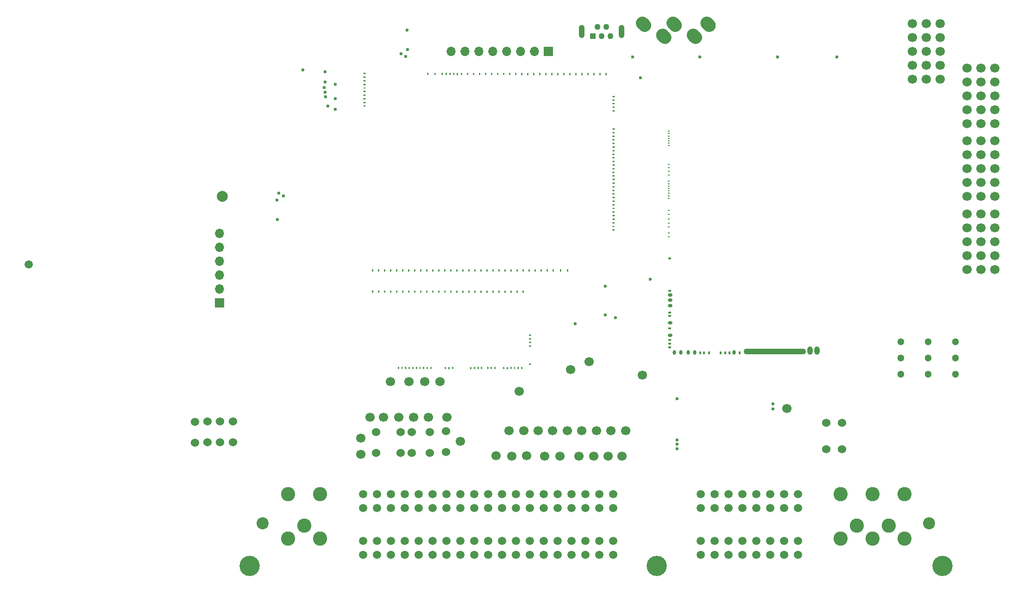
<source format=gbs>
G04 #@! TF.GenerationSoftware,KiCad,Pcbnew,8.0.9-8.0.9-0~ubuntu24.04.1*
G04 #@! TF.CreationDate,2026-01-23T21:30:28+00:00*
G04 #@! TF.ProjectId,hellen121vag,68656c6c-656e-4313-9231-7661672e6b69,d*
G04 #@! TF.SameCoordinates,PX2b953a0PY6943058*
G04 #@! TF.FileFunction,Soldermask,Bot*
G04 #@! TF.FilePolarity,Negative*
%FSLAX46Y46*%
G04 Gerber Fmt 4.6, Leading zero omitted, Abs format (unit mm)*
G04 Created by KiCad (PCBNEW 8.0.9-8.0.9-0~ubuntu24.04.1) date 2026-01-23 21:30:28*
%MOMM*%
%LPD*%
G01*
G04 APERTURE LIST*
%ADD10C,3.700000*%
%ADD11C,2.200000*%
%ADD12C,2.600000*%
%ADD13C,1.500000*%
%ADD14C,1.700000*%
%ADD15C,0.599999*%
%ADD16O,1.000001X1.500000*%
%ADD17O,11.400000X1.100000*%
%ADD18O,0.399999X0.599999*%
%ADD19O,0.599999X0.800001*%
%ADD20O,0.599999X0.399999*%
%ADD21O,0.800001X0.599999*%
%ADD22O,0.399999X0.200000*%
%ADD23C,1.524000*%
%ADD24C,1.300000*%
%ADD25R,1.700000X1.700000*%
%ADD26O,1.700000X1.700000*%
%ADD27R,1.100000X1.100000*%
%ADD28C,1.100000*%
%ADD29O,1.100000X2.400000*%
%ADD30C,2.000000*%
G04 APERTURE END LIST*
D10*
G04 #@! TO.C,P1*
X18648000Y5492000D03*
D11*
X21098000Y13292000D03*
D10*
X93148000Y5492000D03*
D11*
X142898000Y13292000D03*
D10*
X145348000Y5492000D03*
D12*
X25748000Y10492000D03*
X31548000Y10492000D03*
X28648000Y12822000D03*
X25748000Y18622000D03*
X31548000Y18622000D03*
D13*
X85168000Y18622000D03*
X82628000Y18622000D03*
X80088000Y18622000D03*
X77548000Y18622000D03*
X75008000Y18622000D03*
X72468000Y18622000D03*
X69928000Y18622000D03*
X67388000Y18622000D03*
X64848000Y18622000D03*
X62308000Y18622000D03*
X59768000Y18622000D03*
X57228000Y18622000D03*
X54688000Y18622000D03*
X52148000Y18622000D03*
X49608000Y18622000D03*
X47068000Y18622000D03*
X44528000Y18622000D03*
X41988000Y18622000D03*
X39448000Y18622000D03*
X85168000Y16082000D03*
X82628000Y16082000D03*
X80088000Y16082000D03*
X77548000Y16082000D03*
X75008000Y16082000D03*
X72468000Y16082000D03*
X69928000Y16082000D03*
X67388000Y16082000D03*
X64848000Y16082000D03*
X62308000Y16082000D03*
X59768000Y16082000D03*
X57228000Y16082000D03*
X54688000Y16082000D03*
X52148000Y16082000D03*
X49608000Y16082000D03*
X47068000Y16082000D03*
X44528000Y16082000D03*
X41988000Y16082000D03*
X39448000Y16082000D03*
X85168000Y10032000D03*
X82628000Y10032000D03*
X80088000Y10032000D03*
X77548000Y10032000D03*
X75008000Y10032000D03*
X72468000Y10032000D03*
X69928000Y10032000D03*
X67388000Y10032000D03*
X64848000Y10032000D03*
X62308000Y10032000D03*
X59768000Y10032000D03*
X57228000Y10032000D03*
X54688000Y10032000D03*
X52148000Y10032000D03*
X49608000Y10032000D03*
X47068000Y10032000D03*
X44528000Y10032000D03*
X41988000Y10032000D03*
X39448000Y10032000D03*
X85168000Y7492000D03*
X82628000Y7492000D03*
X80088000Y7492000D03*
X77548000Y7492000D03*
X75008000Y7492000D03*
X72468000Y7492000D03*
X69928000Y7492000D03*
X67388000Y7492000D03*
X64848000Y7492000D03*
X62308000Y7492000D03*
X59768000Y7492000D03*
X57228000Y7492000D03*
X54688000Y7492000D03*
X52148000Y7492000D03*
X49608000Y7492000D03*
X47068000Y7492000D03*
X44528000Y7492000D03*
X41988000Y7492000D03*
X39448000Y7492000D03*
X101138000Y7492000D03*
X103678000Y7492000D03*
X106218000Y7492000D03*
X108758000Y7492000D03*
X111298000Y7492000D03*
X113838000Y7492000D03*
X116378000Y7492000D03*
X118918000Y7492000D03*
X101138000Y10032000D03*
X103678000Y10032000D03*
X106218000Y10032000D03*
X108758000Y10032000D03*
X111298000Y10032000D03*
X113838000Y10032000D03*
X116378000Y10032000D03*
X118918000Y10032000D03*
X101138000Y16082000D03*
X103678000Y16082000D03*
X106218000Y16082000D03*
X108758000Y16082000D03*
X111298000Y16082000D03*
X113838000Y16082000D03*
X116378000Y16082000D03*
X118918000Y16082000D03*
X101138000Y18622000D03*
X103678000Y18622000D03*
X106218000Y18622000D03*
X108758000Y18622000D03*
X111298000Y18622000D03*
X113838000Y18622000D03*
X116378000Y18622000D03*
X118918000Y18622000D03*
D12*
X126748000Y10492000D03*
X132548000Y10492000D03*
X138448000Y10492000D03*
X129648000Y12822000D03*
X135548000Y12822000D03*
X126748000Y18622000D03*
X132548000Y18622000D03*
X138448000Y18622000D03*
G04 #@! TD*
G04 #@! TO.C,M3*
G36*
G01*
X85339497Y91171375D02*
X85089497Y91171375D01*
G75*
G02*
X84964497Y91296375I0J125000D01*
G01*
X84964497Y91296375D01*
G75*
G02*
X85089497Y91421375I125000J0D01*
G01*
X85339497Y91421375D01*
G75*
G02*
X85464497Y91296375I0J-125000D01*
G01*
X85464497Y91296375D01*
G75*
G02*
X85339497Y91171375I-125000J0D01*
G01*
G37*
G36*
G01*
X85089497Y90761377D02*
X85339497Y90761377D01*
G75*
G02*
X85464497Y90636377I0J-125000D01*
G01*
X85464497Y90636377D01*
G75*
G02*
X85339497Y90511377I-125000J0D01*
G01*
X85089497Y90511377D01*
G75*
G02*
X84964497Y90636377I0J125000D01*
G01*
X84964497Y90636377D01*
G75*
G02*
X85089497Y90761377I125000J0D01*
G01*
G37*
G36*
G01*
X85089497Y90101372D02*
X85339497Y90101372D01*
G75*
G02*
X85464497Y89976372I0J-125000D01*
G01*
X85464497Y89976372D01*
G75*
G02*
X85339497Y89851372I-125000J0D01*
G01*
X85089497Y89851372D01*
G75*
G02*
X84964497Y89976372I0J125000D01*
G01*
X84964497Y89976372D01*
G75*
G02*
X85089497Y90101372I125000J0D01*
G01*
G37*
G36*
G01*
X85089497Y89441377D02*
X85339497Y89441377D01*
G75*
G02*
X85464497Y89316377I0J-125000D01*
G01*
X85464497Y89316377D01*
G75*
G02*
X85339497Y89191377I-125000J0D01*
G01*
X85089497Y89191377D01*
G75*
G02*
X84964497Y89316377I0J125000D01*
G01*
X84964497Y89316377D01*
G75*
G02*
X85089497Y89441377I125000J0D01*
G01*
G37*
G36*
G01*
X85089497Y88781375D02*
X85339497Y88781375D01*
G75*
G02*
X85464497Y88656375I0J-125000D01*
G01*
X85464497Y88656375D01*
G75*
G02*
X85339497Y88531375I-125000J0D01*
G01*
X85089497Y88531375D01*
G75*
G02*
X84964497Y88656375I0J125000D01*
G01*
X84964497Y88656375D01*
G75*
G02*
X85089497Y88781375I125000J0D01*
G01*
G37*
G36*
G01*
X85089497Y85481374D02*
X85339497Y85481374D01*
G75*
G02*
X85464497Y85356374I0J-125000D01*
G01*
X85464497Y85356374D01*
G75*
G02*
X85339497Y85231374I-125000J0D01*
G01*
X85089497Y85231374D01*
G75*
G02*
X84964497Y85356374I0J125000D01*
G01*
X84964497Y85356374D01*
G75*
G02*
X85089497Y85481374I125000J0D01*
G01*
G37*
G36*
G01*
X85089497Y84821373D02*
X85339497Y84821373D01*
G75*
G02*
X85464497Y84696373I0J-125000D01*
G01*
X85464497Y84696373D01*
G75*
G02*
X85339497Y84571373I-125000J0D01*
G01*
X85089497Y84571373D01*
G75*
G02*
X84964497Y84696373I0J125000D01*
G01*
X84964497Y84696373D01*
G75*
G02*
X85089497Y84821373I125000J0D01*
G01*
G37*
G36*
G01*
X85089497Y84161371D02*
X85339497Y84161371D01*
G75*
G02*
X85464497Y84036371I0J-125000D01*
G01*
X85464497Y84036371D01*
G75*
G02*
X85339497Y83911371I-125000J0D01*
G01*
X85089497Y83911371D01*
G75*
G02*
X84964497Y84036371I0J125000D01*
G01*
X84964497Y84036371D01*
G75*
G02*
X85089497Y84161371I125000J0D01*
G01*
G37*
G36*
G01*
X85089497Y83501373D02*
X85339497Y83501373D01*
G75*
G02*
X85464497Y83376373I0J-125000D01*
G01*
X85464497Y83376373D01*
G75*
G02*
X85339497Y83251373I-125000J0D01*
G01*
X85089497Y83251373D01*
G75*
G02*
X84964497Y83376373I0J125000D01*
G01*
X84964497Y83376373D01*
G75*
G02*
X85089497Y83501373I125000J0D01*
G01*
G37*
G36*
G01*
X85089497Y82841371D02*
X85339497Y82841371D01*
G75*
G02*
X85464497Y82716371I0J-125000D01*
G01*
X85464497Y82716371D01*
G75*
G02*
X85339497Y82591371I-125000J0D01*
G01*
X85089497Y82591371D01*
G75*
G02*
X84964497Y82716371I0J125000D01*
G01*
X84964497Y82716371D01*
G75*
G02*
X85089497Y82841371I125000J0D01*
G01*
G37*
G36*
G01*
X85089497Y82181373D02*
X85339497Y82181373D01*
G75*
G02*
X85464497Y82056373I0J-125000D01*
G01*
X85464497Y82056373D01*
G75*
G02*
X85339497Y81931373I-125000J0D01*
G01*
X85089497Y81931373D01*
G75*
G02*
X84964497Y82056373I0J125000D01*
G01*
X84964497Y82056373D01*
G75*
G02*
X85089497Y82181373I125000J0D01*
G01*
G37*
G36*
G01*
X85089497Y81521372D02*
X85339497Y81521372D01*
G75*
G02*
X85464497Y81396372I0J-125000D01*
G01*
X85464497Y81396372D01*
G75*
G02*
X85339497Y81271372I-125000J0D01*
G01*
X85089497Y81271372D01*
G75*
G02*
X84964497Y81396372I0J125000D01*
G01*
X84964497Y81396372D01*
G75*
G02*
X85089497Y81521372I125000J0D01*
G01*
G37*
G36*
G01*
X85089497Y80861373D02*
X85339497Y80861373D01*
G75*
G02*
X85464497Y80736373I0J-125000D01*
G01*
X85464497Y80736373D01*
G75*
G02*
X85339497Y80611373I-125000J0D01*
G01*
X85089497Y80611373D01*
G75*
G02*
X84964497Y80736373I0J125000D01*
G01*
X84964497Y80736373D01*
G75*
G02*
X85089497Y80861373I125000J0D01*
G01*
G37*
G36*
G01*
X85089497Y80201372D02*
X85339497Y80201372D01*
G75*
G02*
X85464497Y80076372I0J-125000D01*
G01*
X85464497Y80076372D01*
G75*
G02*
X85339497Y79951372I-125000J0D01*
G01*
X85089497Y79951372D01*
G75*
G02*
X84964497Y80076372I0J125000D01*
G01*
X84964497Y80076372D01*
G75*
G02*
X85089497Y80201372I125000J0D01*
G01*
G37*
G36*
G01*
X85089497Y79541373D02*
X85339497Y79541373D01*
G75*
G02*
X85464497Y79416373I0J-125000D01*
G01*
X85464497Y79416373D01*
G75*
G02*
X85339497Y79291373I-125000J0D01*
G01*
X85089497Y79291373D01*
G75*
G02*
X84964497Y79416373I0J125000D01*
G01*
X84964497Y79416373D01*
G75*
G02*
X85089497Y79541373I125000J0D01*
G01*
G37*
G36*
G01*
X85089497Y78881372D02*
X85339497Y78881372D01*
G75*
G02*
X85464497Y78756372I0J-125000D01*
G01*
X85464497Y78756372D01*
G75*
G02*
X85339497Y78631372I-125000J0D01*
G01*
X85089497Y78631372D01*
G75*
G02*
X84964497Y78756372I0J125000D01*
G01*
X84964497Y78756372D01*
G75*
G02*
X85089497Y78881372I125000J0D01*
G01*
G37*
G36*
G01*
X85089497Y78221373D02*
X85339497Y78221373D01*
G75*
G02*
X85464497Y78096373I0J-125000D01*
G01*
X85464497Y78096373D01*
G75*
G02*
X85339497Y77971373I-125000J0D01*
G01*
X85089497Y77971373D01*
G75*
G02*
X84964497Y78096373I0J125000D01*
G01*
X84964497Y78096373D01*
G75*
G02*
X85089497Y78221373I125000J0D01*
G01*
G37*
G36*
G01*
X85089497Y77561372D02*
X85339497Y77561372D01*
G75*
G02*
X85464497Y77436372I0J-125000D01*
G01*
X85464497Y77436372D01*
G75*
G02*
X85339497Y77311372I-125000J0D01*
G01*
X85089497Y77311372D01*
G75*
G02*
X84964497Y77436372I0J125000D01*
G01*
X84964497Y77436372D01*
G75*
G02*
X85089497Y77561372I125000J0D01*
G01*
G37*
G36*
G01*
X85089497Y76901373D02*
X85339497Y76901373D01*
G75*
G02*
X85464497Y76776373I0J-125000D01*
G01*
X85464497Y76776373D01*
G75*
G02*
X85339497Y76651373I-125000J0D01*
G01*
X85089497Y76651373D01*
G75*
G02*
X84964497Y76776373I0J125000D01*
G01*
X84964497Y76776373D01*
G75*
G02*
X85089497Y76901373I125000J0D01*
G01*
G37*
G36*
G01*
X85089497Y76241372D02*
X85339497Y76241372D01*
G75*
G02*
X85464497Y76116372I0J-125000D01*
G01*
X85464497Y76116372D01*
G75*
G02*
X85339497Y75991372I-125000J0D01*
G01*
X85089497Y75991372D01*
G75*
G02*
X84964497Y76116372I0J125000D01*
G01*
X84964497Y76116372D01*
G75*
G02*
X85089497Y76241372I125000J0D01*
G01*
G37*
G36*
G01*
X85089497Y75581373D02*
X85339497Y75581373D01*
G75*
G02*
X85464497Y75456373I0J-125000D01*
G01*
X85464497Y75456373D01*
G75*
G02*
X85339497Y75331373I-125000J0D01*
G01*
X85089497Y75331373D01*
G75*
G02*
X84964497Y75456373I0J125000D01*
G01*
X84964497Y75456373D01*
G75*
G02*
X85089497Y75581373I125000J0D01*
G01*
G37*
G36*
G01*
X85089497Y74921372D02*
X85339497Y74921372D01*
G75*
G02*
X85464497Y74796372I0J-125000D01*
G01*
X85464497Y74796372D01*
G75*
G02*
X85339497Y74671372I-125000J0D01*
G01*
X85089497Y74671372D01*
G75*
G02*
X84964497Y74796372I0J125000D01*
G01*
X84964497Y74796372D01*
G75*
G02*
X85089497Y74921372I125000J0D01*
G01*
G37*
G36*
G01*
X85089497Y74261373D02*
X85339497Y74261373D01*
G75*
G02*
X85464497Y74136373I0J-125000D01*
G01*
X85464497Y74136373D01*
G75*
G02*
X85339497Y74011373I-125000J0D01*
G01*
X85089497Y74011373D01*
G75*
G02*
X84964497Y74136373I0J125000D01*
G01*
X84964497Y74136373D01*
G75*
G02*
X85089497Y74261373I125000J0D01*
G01*
G37*
G36*
G01*
X85089497Y73601372D02*
X85339497Y73601372D01*
G75*
G02*
X85464497Y73476372I0J-125000D01*
G01*
X85464497Y73476372D01*
G75*
G02*
X85339497Y73351372I-125000J0D01*
G01*
X85089497Y73351372D01*
G75*
G02*
X84964497Y73476372I0J125000D01*
G01*
X84964497Y73476372D01*
G75*
G02*
X85089497Y73601372I125000J0D01*
G01*
G37*
G36*
G01*
X85089497Y72941373D02*
X85339497Y72941373D01*
G75*
G02*
X85464497Y72816373I0J-125000D01*
G01*
X85464497Y72816373D01*
G75*
G02*
X85339497Y72691373I-125000J0D01*
G01*
X85089497Y72691373D01*
G75*
G02*
X84964497Y72816373I0J125000D01*
G01*
X84964497Y72816373D01*
G75*
G02*
X85089497Y72941373I125000J0D01*
G01*
G37*
G36*
G01*
X85089497Y72281372D02*
X85339497Y72281372D01*
G75*
G02*
X85464497Y72156372I0J-125000D01*
G01*
X85464497Y72156372D01*
G75*
G02*
X85339497Y72031372I-125000J0D01*
G01*
X85089497Y72031372D01*
G75*
G02*
X84964497Y72156372I0J125000D01*
G01*
X84964497Y72156372D01*
G75*
G02*
X85089497Y72281372I125000J0D01*
G01*
G37*
G36*
G01*
X85089497Y71621374D02*
X85339497Y71621374D01*
G75*
G02*
X85464497Y71496374I0J-125000D01*
G01*
X85464497Y71496374D01*
G75*
G02*
X85339497Y71371374I-125000J0D01*
G01*
X85089497Y71371374D01*
G75*
G02*
X84964497Y71496374I0J125000D01*
G01*
X84964497Y71496374D01*
G75*
G02*
X85089497Y71621374I125000J0D01*
G01*
G37*
G36*
G01*
X85089497Y70961372D02*
X85339497Y70961372D01*
G75*
G02*
X85464497Y70836372I0J-125000D01*
G01*
X85464497Y70836372D01*
G75*
G02*
X85339497Y70711372I-125000J0D01*
G01*
X85089497Y70711372D01*
G75*
G02*
X84964497Y70836372I0J125000D01*
G01*
X84964497Y70836372D01*
G75*
G02*
X85089497Y70961372I125000J0D01*
G01*
G37*
G36*
G01*
X85089497Y70301374D02*
X85339497Y70301374D01*
G75*
G02*
X85464497Y70176374I0J-125000D01*
G01*
X85464497Y70176374D01*
G75*
G02*
X85339497Y70051374I-125000J0D01*
G01*
X85089497Y70051374D01*
G75*
G02*
X84964497Y70176374I0J125000D01*
G01*
X84964497Y70176374D01*
G75*
G02*
X85089497Y70301374I125000J0D01*
G01*
G37*
G36*
G01*
X85089497Y69641372D02*
X85339497Y69641372D01*
G75*
G02*
X85464497Y69516372I0J-125000D01*
G01*
X85464497Y69516372D01*
G75*
G02*
X85339497Y69391372I-125000J0D01*
G01*
X85089497Y69391372D01*
G75*
G02*
X84964497Y69516372I0J125000D01*
G01*
X84964497Y69516372D01*
G75*
G02*
X85089497Y69641372I125000J0D01*
G01*
G37*
G36*
G01*
X85089497Y68981374D02*
X85339497Y68981374D01*
G75*
G02*
X85464497Y68856374I0J-125000D01*
G01*
X85464497Y68856374D01*
G75*
G02*
X85339497Y68731374I-125000J0D01*
G01*
X85089497Y68731374D01*
G75*
G02*
X84964497Y68856374I0J125000D01*
G01*
X84964497Y68856374D01*
G75*
G02*
X85089497Y68981374I125000J0D01*
G01*
G37*
G36*
G01*
X85089497Y68321373D02*
X85339497Y68321373D01*
G75*
G02*
X85464497Y68196373I0J-125000D01*
G01*
X85464497Y68196373D01*
G75*
G02*
X85339497Y68071373I-125000J0D01*
G01*
X85089497Y68071373D01*
G75*
G02*
X84964497Y68196373I0J125000D01*
G01*
X84964497Y68196373D01*
G75*
G02*
X85089497Y68321373I125000J0D01*
G01*
G37*
G36*
G01*
X85089497Y67661374D02*
X85339497Y67661374D01*
G75*
G02*
X85464497Y67536374I0J-125000D01*
G01*
X85464497Y67536374D01*
G75*
G02*
X85339497Y67411374I-125000J0D01*
G01*
X85089497Y67411374D01*
G75*
G02*
X84964497Y67536374I0J125000D01*
G01*
X84964497Y67536374D01*
G75*
G02*
X85089497Y67661374I125000J0D01*
G01*
G37*
G36*
G01*
X85089497Y67001373D02*
X85339497Y67001373D01*
G75*
G02*
X85464497Y66876373I0J-125000D01*
G01*
X85464497Y66876373D01*
G75*
G02*
X85339497Y66751373I-125000J0D01*
G01*
X85089497Y66751373D01*
G75*
G02*
X84964497Y66876373I0J125000D01*
G01*
X84964497Y66876373D01*
G75*
G02*
X85089497Y67001373I125000J0D01*
G01*
G37*
G36*
G01*
X51392499Y95548377D02*
X51392499Y95298377D01*
G75*
G02*
X51267499Y95173377I-125000J0D01*
G01*
X51267499Y95173377D01*
G75*
G02*
X51142499Y95298377I0J125000D01*
G01*
X51142499Y95548377D01*
G75*
G02*
X51267499Y95673377I125000J0D01*
G01*
X51267499Y95673377D01*
G75*
G02*
X51392499Y95548377I0J-125000D01*
G01*
G37*
G36*
G01*
X52462501Y95298377D02*
X52462501Y95548377D01*
G75*
G02*
X52587501Y95673377I125000J0D01*
G01*
X52587501Y95673377D01*
G75*
G02*
X52712501Y95548377I0J-125000D01*
G01*
X52712501Y95298377D01*
G75*
G02*
X52587501Y95173377I-125000J0D01*
G01*
X52587501Y95173377D01*
G75*
G02*
X52462501Y95298377I0J125000D01*
G01*
G37*
G36*
G01*
X53782504Y95298377D02*
X53782504Y95548377D01*
G75*
G02*
X53907504Y95673377I125000J0D01*
G01*
X53907504Y95673377D01*
G75*
G02*
X54032504Y95548377I0J-125000D01*
G01*
X54032504Y95298377D01*
G75*
G02*
X53907504Y95173377I-125000J0D01*
G01*
X53907504Y95173377D01*
G75*
G02*
X53782504Y95298377I0J125000D01*
G01*
G37*
G36*
G01*
X54542502Y95298377D02*
X54542502Y95548377D01*
G75*
G02*
X54667502Y95673377I125000J0D01*
G01*
X54667502Y95673377D01*
G75*
G02*
X54792502Y95548377I0J-125000D01*
G01*
X54792502Y95298377D01*
G75*
G02*
X54667502Y95173377I-125000J0D01*
G01*
X54667502Y95173377D01*
G75*
G02*
X54542502Y95298377I0J125000D01*
G01*
G37*
G36*
G01*
X55207505Y95298377D02*
X55207505Y95548377D01*
G75*
G02*
X55332505Y95673377I125000J0D01*
G01*
X55332505Y95673377D01*
G75*
G02*
X55457505Y95548377I0J-125000D01*
G01*
X55457505Y95298377D01*
G75*
G02*
X55332505Y95173377I-125000J0D01*
G01*
X55332505Y95173377D01*
G75*
G02*
X55207505Y95298377I0J125000D01*
G01*
G37*
G36*
G01*
X55872507Y95298377D02*
X55872507Y95548377D01*
G75*
G02*
X55997507Y95673377I125000J0D01*
G01*
X55997507Y95673377D01*
G75*
G02*
X56122507Y95548377I0J-125000D01*
G01*
X56122507Y95298377D01*
G75*
G02*
X55997507Y95173377I-125000J0D01*
G01*
X55997507Y95173377D01*
G75*
G02*
X55872507Y95298377I0J125000D01*
G01*
G37*
G36*
G01*
X56537497Y95298377D02*
X56537497Y95548377D01*
G75*
G02*
X56662497Y95673377I125000J0D01*
G01*
X56662497Y95673377D01*
G75*
G02*
X56787497Y95548377I0J-125000D01*
G01*
X56787497Y95298377D01*
G75*
G02*
X56662497Y95173377I-125000J0D01*
G01*
X56662497Y95173377D01*
G75*
G02*
X56537497Y95298377I0J125000D01*
G01*
G37*
G36*
G01*
X57312497Y95298377D02*
X57312497Y95548377D01*
G75*
G02*
X57437497Y95673377I125000J0D01*
G01*
X57437497Y95673377D01*
G75*
G02*
X57562497Y95548377I0J-125000D01*
G01*
X57562497Y95298377D01*
G75*
G02*
X57437497Y95173377I-125000J0D01*
G01*
X57437497Y95173377D01*
G75*
G02*
X57312497Y95298377I0J125000D01*
G01*
G37*
G36*
G01*
X58412495Y95298377D02*
X58412495Y95548377D01*
G75*
G02*
X58537495Y95673377I125000J0D01*
G01*
X58537495Y95673377D01*
G75*
G02*
X58662495Y95548377I0J-125000D01*
G01*
X58662495Y95298377D01*
G75*
G02*
X58537495Y95173377I-125000J0D01*
G01*
X58537495Y95173377D01*
G75*
G02*
X58412495Y95298377I0J125000D01*
G01*
G37*
G36*
G01*
X59512492Y95298377D02*
X59512492Y95548377D01*
G75*
G02*
X59637492Y95673377I125000J0D01*
G01*
X59637492Y95673377D01*
G75*
G02*
X59762492Y95548377I0J-125000D01*
G01*
X59762492Y95298377D01*
G75*
G02*
X59637492Y95173377I-125000J0D01*
G01*
X59637492Y95173377D01*
G75*
G02*
X59512492Y95298377I0J125000D01*
G01*
G37*
G36*
G01*
X60612490Y95298377D02*
X60612490Y95548377D01*
G75*
G02*
X60737490Y95673377I125000J0D01*
G01*
X60737490Y95673377D01*
G75*
G02*
X60862490Y95548377I0J-125000D01*
G01*
X60862490Y95298377D01*
G75*
G02*
X60737490Y95173377I-125000J0D01*
G01*
X60737490Y95173377D01*
G75*
G02*
X60612490Y95298377I0J125000D01*
G01*
G37*
G36*
G01*
X61712488Y95298377D02*
X61712488Y95548377D01*
G75*
G02*
X61837488Y95673377I125000J0D01*
G01*
X61837488Y95673377D01*
G75*
G02*
X61962488Y95548377I0J-125000D01*
G01*
X61962488Y95298377D01*
G75*
G02*
X61837488Y95173377I-125000J0D01*
G01*
X61837488Y95173377D01*
G75*
G02*
X61712488Y95298377I0J125000D01*
G01*
G37*
G36*
G01*
X62812486Y95298377D02*
X62812486Y95548377D01*
G75*
G02*
X62937486Y95673377I125000J0D01*
G01*
X62937486Y95673377D01*
G75*
G02*
X63062486Y95548377I0J-125000D01*
G01*
X63062486Y95298377D01*
G75*
G02*
X62937486Y95173377I-125000J0D01*
G01*
X62937486Y95173377D01*
G75*
G02*
X62812486Y95298377I0J125000D01*
G01*
G37*
G36*
G01*
X63912484Y95298377D02*
X63912484Y95548377D01*
G75*
G02*
X64037484Y95673377I125000J0D01*
G01*
X64037484Y95673377D01*
G75*
G02*
X64162484Y95548377I0J-125000D01*
G01*
X64162484Y95298377D01*
G75*
G02*
X64037484Y95173377I-125000J0D01*
G01*
X64037484Y95173377D01*
G75*
G02*
X63912484Y95298377I0J125000D01*
G01*
G37*
G36*
G01*
X65012481Y95298377D02*
X65012481Y95548377D01*
G75*
G02*
X65137481Y95673377I125000J0D01*
G01*
X65137481Y95673377D01*
G75*
G02*
X65262481Y95548377I0J-125000D01*
G01*
X65262481Y95298377D01*
G75*
G02*
X65137481Y95173377I-125000J0D01*
G01*
X65137481Y95173377D01*
G75*
G02*
X65012481Y95298377I0J125000D01*
G01*
G37*
G36*
G01*
X66112479Y95298377D02*
X66112479Y95548377D01*
G75*
G02*
X66237479Y95673377I125000J0D01*
G01*
X66237479Y95673377D01*
G75*
G02*
X66362479Y95548377I0J-125000D01*
G01*
X66362479Y95298377D01*
G75*
G02*
X66237479Y95173377I-125000J0D01*
G01*
X66237479Y95173377D01*
G75*
G02*
X66112479Y95298377I0J125000D01*
G01*
G37*
G36*
G01*
X67212477Y95298377D02*
X67212477Y95548377D01*
G75*
G02*
X67337477Y95673377I125000J0D01*
G01*
X67337477Y95673377D01*
G75*
G02*
X67462477Y95548377I0J-125000D01*
G01*
X67462477Y95298377D01*
G75*
G02*
X67337477Y95173377I-125000J0D01*
G01*
X67337477Y95173377D01*
G75*
G02*
X67212477Y95298377I0J125000D01*
G01*
G37*
G36*
G01*
X68312475Y95298377D02*
X68312475Y95548377D01*
G75*
G02*
X68437475Y95673377I125000J0D01*
G01*
X68437475Y95673377D01*
G75*
G02*
X68562475Y95548377I0J-125000D01*
G01*
X68562475Y95298377D01*
G75*
G02*
X68437475Y95173377I-125000J0D01*
G01*
X68437475Y95173377D01*
G75*
G02*
X68312475Y95298377I0J125000D01*
G01*
G37*
G36*
G01*
X69412473Y95298377D02*
X69412473Y95548377D01*
G75*
G02*
X69537473Y95673377I125000J0D01*
G01*
X69537473Y95673377D01*
G75*
G02*
X69662473Y95548377I0J-125000D01*
G01*
X69662473Y95298377D01*
G75*
G02*
X69537473Y95173377I-125000J0D01*
G01*
X69537473Y95173377D01*
G75*
G02*
X69412473Y95298377I0J125000D01*
G01*
G37*
G36*
G01*
X70512470Y95298377D02*
X70512470Y95548377D01*
G75*
G02*
X70637470Y95673377I125000J0D01*
G01*
X70637470Y95673377D01*
G75*
G02*
X70762470Y95548377I0J-125000D01*
G01*
X70762470Y95298377D01*
G75*
G02*
X70637470Y95173377I-125000J0D01*
G01*
X70637470Y95173377D01*
G75*
G02*
X70512470Y95298377I0J125000D01*
G01*
G37*
G36*
G01*
X71612468Y95298377D02*
X71612468Y95548377D01*
G75*
G02*
X71737468Y95673377I125000J0D01*
G01*
X71737468Y95673377D01*
G75*
G02*
X71862468Y95548377I0J-125000D01*
G01*
X71862468Y95298377D01*
G75*
G02*
X71737468Y95173377I-125000J0D01*
G01*
X71737468Y95173377D01*
G75*
G02*
X71612468Y95298377I0J125000D01*
G01*
G37*
G36*
G01*
X72712466Y95298377D02*
X72712466Y95548377D01*
G75*
G02*
X72837466Y95673377I125000J0D01*
G01*
X72837466Y95673377D01*
G75*
G02*
X72962466Y95548377I0J-125000D01*
G01*
X72962466Y95298377D01*
G75*
G02*
X72837466Y95173377I-125000J0D01*
G01*
X72837466Y95173377D01*
G75*
G02*
X72712466Y95298377I0J125000D01*
G01*
G37*
G36*
G01*
X73812464Y95298377D02*
X73812464Y95548377D01*
G75*
G02*
X73937464Y95673377I125000J0D01*
G01*
X73937464Y95673377D01*
G75*
G02*
X74062464Y95548377I0J-125000D01*
G01*
X74062464Y95298377D01*
G75*
G02*
X73937464Y95173377I-125000J0D01*
G01*
X73937464Y95173377D01*
G75*
G02*
X73812464Y95298377I0J125000D01*
G01*
G37*
G36*
G01*
X74912462Y95298377D02*
X74912462Y95548377D01*
G75*
G02*
X75037462Y95673377I125000J0D01*
G01*
X75037462Y95673377D01*
G75*
G02*
X75162462Y95548377I0J-125000D01*
G01*
X75162462Y95298377D01*
G75*
G02*
X75037462Y95173377I-125000J0D01*
G01*
X75037462Y95173377D01*
G75*
G02*
X74912462Y95298377I0J125000D01*
G01*
G37*
G36*
G01*
X76012459Y95298377D02*
X76012459Y95548377D01*
G75*
G02*
X76137459Y95673377I125000J0D01*
G01*
X76137459Y95673377D01*
G75*
G02*
X76262459Y95548377I0J-125000D01*
G01*
X76262459Y95298377D01*
G75*
G02*
X76137459Y95173377I-125000J0D01*
G01*
X76137459Y95173377D01*
G75*
G02*
X76012459Y95298377I0J125000D01*
G01*
G37*
G36*
G01*
X77112457Y95298377D02*
X77112457Y95548377D01*
G75*
G02*
X77237457Y95673377I125000J0D01*
G01*
X77237457Y95673377D01*
G75*
G02*
X77362457Y95548377I0J-125000D01*
G01*
X77362457Y95298377D01*
G75*
G02*
X77237457Y95173377I-125000J0D01*
G01*
X77237457Y95173377D01*
G75*
G02*
X77112457Y95298377I0J125000D01*
G01*
G37*
G36*
G01*
X78212455Y95298377D02*
X78212455Y95548377D01*
G75*
G02*
X78337455Y95673377I125000J0D01*
G01*
X78337455Y95673377D01*
G75*
G02*
X78462455Y95548377I0J-125000D01*
G01*
X78462455Y95298377D01*
G75*
G02*
X78337455Y95173377I-125000J0D01*
G01*
X78337455Y95173377D01*
G75*
G02*
X78212455Y95298377I0J125000D01*
G01*
G37*
G36*
G01*
X79312453Y95298377D02*
X79312453Y95548377D01*
G75*
G02*
X79437453Y95673377I125000J0D01*
G01*
X79437453Y95673377D01*
G75*
G02*
X79562453Y95548377I0J-125000D01*
G01*
X79562453Y95298377D01*
G75*
G02*
X79437453Y95173377I-125000J0D01*
G01*
X79437453Y95173377D01*
G75*
G02*
X79312453Y95298377I0J125000D01*
G01*
G37*
G36*
G01*
X80412451Y95298377D02*
X80412451Y95548377D01*
G75*
G02*
X80537451Y95673377I125000J0D01*
G01*
X80537451Y95673377D01*
G75*
G02*
X80662451Y95548377I0J-125000D01*
G01*
X80662451Y95298377D01*
G75*
G02*
X80537451Y95173377I-125000J0D01*
G01*
X80537451Y95173377D01*
G75*
G02*
X80412451Y95298377I0J125000D01*
G01*
G37*
G36*
G01*
X81512448Y95298377D02*
X81512448Y95548377D01*
G75*
G02*
X81637448Y95673377I125000J0D01*
G01*
X81637448Y95673377D01*
G75*
G02*
X81762448Y95548377I0J-125000D01*
G01*
X81762448Y95298377D01*
G75*
G02*
X81637448Y95173377I-125000J0D01*
G01*
X81637448Y95173377D01*
G75*
G02*
X81512448Y95298377I0J125000D01*
G01*
G37*
G36*
G01*
X82612446Y95298377D02*
X82612446Y95548377D01*
G75*
G02*
X82737446Y95673377I125000J0D01*
G01*
X82737446Y95673377D01*
G75*
G02*
X82862446Y95548377I0J-125000D01*
G01*
X82862446Y95298377D01*
G75*
G02*
X82737446Y95173377I-125000J0D01*
G01*
X82737446Y95173377D01*
G75*
G02*
X82612446Y95298377I0J125000D01*
G01*
G37*
G36*
G01*
X83712444Y95298377D02*
X83712444Y95548377D01*
G75*
G02*
X83837444Y95673377I125000J0D01*
G01*
X83837444Y95673377D01*
G75*
G02*
X83962444Y95548377I0J-125000D01*
G01*
X83962444Y95298377D01*
G75*
G02*
X83837444Y95173377I-125000J0D01*
G01*
X83837444Y95173377D01*
G75*
G02*
X83712444Y95298377I0J125000D01*
G01*
G37*
G36*
G01*
X76712501Y59369377D02*
X76712501Y59619377D01*
G75*
G02*
X76837501Y59744377I125000J0D01*
G01*
X76837501Y59744377D01*
G75*
G02*
X76962501Y59619377I0J-125000D01*
G01*
X76962501Y59369377D01*
G75*
G02*
X76837501Y59244377I-125000J0D01*
G01*
X76837501Y59244377D01*
G75*
G02*
X76712501Y59369377I0J125000D01*
G01*
G37*
G36*
G01*
X75642499Y59619377D02*
X75642499Y59369377D01*
G75*
G02*
X75517499Y59244377I-125000J0D01*
G01*
X75517499Y59244377D01*
G75*
G02*
X75392499Y59369377I0J125000D01*
G01*
X75392499Y59619377D01*
G75*
G02*
X75517499Y59744377I125000J0D01*
G01*
X75517499Y59744377D01*
G75*
G02*
X75642499Y59619377I0J-125000D01*
G01*
G37*
G36*
G01*
X74322496Y59619377D02*
X74322496Y59369377D01*
G75*
G02*
X74197496Y59244377I-125000J0D01*
G01*
X74197496Y59244377D01*
G75*
G02*
X74072496Y59369377I0J125000D01*
G01*
X74072496Y59619377D01*
G75*
G02*
X74197496Y59744377I125000J0D01*
G01*
X74197496Y59744377D01*
G75*
G02*
X74322496Y59619377I0J-125000D01*
G01*
G37*
G36*
G01*
X73222499Y59619377D02*
X73222499Y59369377D01*
G75*
G02*
X73097499Y59244377I-125000J0D01*
G01*
X73097499Y59244377D01*
G75*
G02*
X72972499Y59369377I0J125000D01*
G01*
X72972499Y59619377D01*
G75*
G02*
X73097499Y59744377I125000J0D01*
G01*
X73097499Y59744377D01*
G75*
G02*
X73222499Y59619377I0J-125000D01*
G01*
G37*
G36*
G01*
X72122501Y59619377D02*
X72122501Y59369377D01*
G75*
G02*
X71997501Y59244377I-125000J0D01*
G01*
X71997501Y59244377D01*
G75*
G02*
X71872501Y59369377I0J125000D01*
G01*
X71872501Y59619377D01*
G75*
G02*
X71997501Y59744377I125000J0D01*
G01*
X71997501Y59744377D01*
G75*
G02*
X72122501Y59619377I0J-125000D01*
G01*
G37*
G36*
G01*
X71022503Y59619377D02*
X71022503Y59369377D01*
G75*
G02*
X70897503Y59244377I-125000J0D01*
G01*
X70897503Y59244377D01*
G75*
G02*
X70772503Y59369377I0J125000D01*
G01*
X70772503Y59619377D01*
G75*
G02*
X70897503Y59744377I125000J0D01*
G01*
X70897503Y59744377D01*
G75*
G02*
X71022503Y59619377I0J-125000D01*
G01*
G37*
G36*
G01*
X69922505Y59619377D02*
X69922505Y59369377D01*
G75*
G02*
X69797505Y59244377I-125000J0D01*
G01*
X69797505Y59244377D01*
G75*
G02*
X69672505Y59369377I0J125000D01*
G01*
X69672505Y59619377D01*
G75*
G02*
X69797505Y59744377I125000J0D01*
G01*
X69797505Y59744377D01*
G75*
G02*
X69922505Y59619377I0J-125000D01*
G01*
G37*
G36*
G01*
X68822507Y59619377D02*
X68822507Y59369377D01*
G75*
G02*
X68697507Y59244377I-125000J0D01*
G01*
X68697507Y59244377D01*
G75*
G02*
X68572507Y59369377I0J125000D01*
G01*
X68572507Y59619377D01*
G75*
G02*
X68697507Y59744377I125000J0D01*
G01*
X68697507Y59744377D01*
G75*
G02*
X68822507Y59619377I0J-125000D01*
G01*
G37*
G36*
G01*
X67722510Y59619377D02*
X67722510Y59369377D01*
G75*
G02*
X67597510Y59244377I-125000J0D01*
G01*
X67597510Y59244377D01*
G75*
G02*
X67472510Y59369377I0J125000D01*
G01*
X67472510Y59619377D01*
G75*
G02*
X67597510Y59744377I125000J0D01*
G01*
X67597510Y59744377D01*
G75*
G02*
X67722510Y59619377I0J-125000D01*
G01*
G37*
G36*
G01*
X66622512Y59619377D02*
X66622512Y59369377D01*
G75*
G02*
X66497512Y59244377I-125000J0D01*
G01*
X66497512Y59244377D01*
G75*
G02*
X66372512Y59369377I0J125000D01*
G01*
X66372512Y59619377D01*
G75*
G02*
X66497512Y59744377I125000J0D01*
G01*
X66497512Y59744377D01*
G75*
G02*
X66622512Y59619377I0J-125000D01*
G01*
G37*
G36*
G01*
X65522514Y59619377D02*
X65522514Y59369377D01*
G75*
G02*
X65397514Y59244377I-125000J0D01*
G01*
X65397514Y59244377D01*
G75*
G02*
X65272514Y59369377I0J125000D01*
G01*
X65272514Y59619377D01*
G75*
G02*
X65397514Y59744377I125000J0D01*
G01*
X65397514Y59744377D01*
G75*
G02*
X65522514Y59619377I0J-125000D01*
G01*
G37*
G36*
G01*
X64422516Y59619377D02*
X64422516Y59369377D01*
G75*
G02*
X64297516Y59244377I-125000J0D01*
G01*
X64297516Y59244377D01*
G75*
G02*
X64172516Y59369377I0J125000D01*
G01*
X64172516Y59619377D01*
G75*
G02*
X64297516Y59744377I125000J0D01*
G01*
X64297516Y59744377D01*
G75*
G02*
X64422516Y59619377I0J-125000D01*
G01*
G37*
G36*
G01*
X63322518Y59619377D02*
X63322518Y59369377D01*
G75*
G02*
X63197518Y59244377I-125000J0D01*
G01*
X63197518Y59244377D01*
G75*
G02*
X63072518Y59369377I0J125000D01*
G01*
X63072518Y59619377D01*
G75*
G02*
X63197518Y59744377I125000J0D01*
G01*
X63197518Y59744377D01*
G75*
G02*
X63322518Y59619377I0J-125000D01*
G01*
G37*
G36*
G01*
X62222521Y59619377D02*
X62222521Y59369377D01*
G75*
G02*
X62097521Y59244377I-125000J0D01*
G01*
X62097521Y59244377D01*
G75*
G02*
X61972521Y59369377I0J125000D01*
G01*
X61972521Y59619377D01*
G75*
G02*
X62097521Y59744377I125000J0D01*
G01*
X62097521Y59744377D01*
G75*
G02*
X62222521Y59619377I0J-125000D01*
G01*
G37*
G36*
G01*
X61122523Y59619377D02*
X61122523Y59369377D01*
G75*
G02*
X60997523Y59244377I-125000J0D01*
G01*
X60997523Y59244377D01*
G75*
G02*
X60872523Y59369377I0J125000D01*
G01*
X60872523Y59619377D01*
G75*
G02*
X60997523Y59744377I125000J0D01*
G01*
X60997523Y59744377D01*
G75*
G02*
X61122523Y59619377I0J-125000D01*
G01*
G37*
G36*
G01*
X60022525Y59619377D02*
X60022525Y59369377D01*
G75*
G02*
X59897525Y59244377I-125000J0D01*
G01*
X59897525Y59244377D01*
G75*
G02*
X59772525Y59369377I0J125000D01*
G01*
X59772525Y59619377D01*
G75*
G02*
X59897525Y59744377I125000J0D01*
G01*
X59897525Y59744377D01*
G75*
G02*
X60022525Y59619377I0J-125000D01*
G01*
G37*
G36*
G01*
X58922527Y59619377D02*
X58922527Y59369377D01*
G75*
G02*
X58797527Y59244377I-125000J0D01*
G01*
X58797527Y59244377D01*
G75*
G02*
X58672527Y59369377I0J125000D01*
G01*
X58672527Y59619377D01*
G75*
G02*
X58797527Y59744377I125000J0D01*
G01*
X58797527Y59744377D01*
G75*
G02*
X58922527Y59619377I0J-125000D01*
G01*
G37*
G36*
G01*
X57822529Y59619377D02*
X57822529Y59369377D01*
G75*
G02*
X57697529Y59244377I-125000J0D01*
G01*
X57697529Y59244377D01*
G75*
G02*
X57572529Y59369377I0J125000D01*
G01*
X57572529Y59619377D01*
G75*
G02*
X57697529Y59744377I125000J0D01*
G01*
X57697529Y59744377D01*
G75*
G02*
X57822529Y59619377I0J-125000D01*
G01*
G37*
G36*
G01*
X56722532Y59619377D02*
X56722532Y59369377D01*
G75*
G02*
X56597532Y59244377I-125000J0D01*
G01*
X56597532Y59244377D01*
G75*
G02*
X56472532Y59369377I0J125000D01*
G01*
X56472532Y59619377D01*
G75*
G02*
X56597532Y59744377I125000J0D01*
G01*
X56597532Y59744377D01*
G75*
G02*
X56722532Y59619377I0J-125000D01*
G01*
G37*
G36*
G01*
X55622534Y59619377D02*
X55622534Y59369377D01*
G75*
G02*
X55497534Y59244377I-125000J0D01*
G01*
X55497534Y59244377D01*
G75*
G02*
X55372534Y59369377I0J125000D01*
G01*
X55372534Y59619377D01*
G75*
G02*
X55497534Y59744377I125000J0D01*
G01*
X55497534Y59744377D01*
G75*
G02*
X55622534Y59619377I0J-125000D01*
G01*
G37*
G36*
G01*
X54522536Y59619377D02*
X54522536Y59369377D01*
G75*
G02*
X54397536Y59244377I-125000J0D01*
G01*
X54397536Y59244377D01*
G75*
G02*
X54272536Y59369377I0J125000D01*
G01*
X54272536Y59619377D01*
G75*
G02*
X54397536Y59744377I125000J0D01*
G01*
X54397536Y59744377D01*
G75*
G02*
X54522536Y59619377I0J-125000D01*
G01*
G37*
G36*
G01*
X53422538Y59619377D02*
X53422538Y59369377D01*
G75*
G02*
X53297538Y59244377I-125000J0D01*
G01*
X53297538Y59244377D01*
G75*
G02*
X53172538Y59369377I0J125000D01*
G01*
X53172538Y59619377D01*
G75*
G02*
X53297538Y59744377I125000J0D01*
G01*
X53297538Y59744377D01*
G75*
G02*
X53422538Y59619377I0J-125000D01*
G01*
G37*
G36*
G01*
X52322540Y59619377D02*
X52322540Y59369377D01*
G75*
G02*
X52197540Y59244377I-125000J0D01*
G01*
X52197540Y59244377D01*
G75*
G02*
X52072540Y59369377I0J125000D01*
G01*
X52072540Y59619377D01*
G75*
G02*
X52197540Y59744377I125000J0D01*
G01*
X52197540Y59744377D01*
G75*
G02*
X52322540Y59619377I0J-125000D01*
G01*
G37*
G36*
G01*
X51222543Y59619377D02*
X51222543Y59369377D01*
G75*
G02*
X51097543Y59244377I-125000J0D01*
G01*
X51097543Y59244377D01*
G75*
G02*
X50972543Y59369377I0J125000D01*
G01*
X50972543Y59619377D01*
G75*
G02*
X51097543Y59744377I125000J0D01*
G01*
X51097543Y59744377D01*
G75*
G02*
X51222543Y59619377I0J-125000D01*
G01*
G37*
G36*
G01*
X50122545Y59619377D02*
X50122545Y59369377D01*
G75*
G02*
X49997545Y59244377I-125000J0D01*
G01*
X49997545Y59244377D01*
G75*
G02*
X49872545Y59369377I0J125000D01*
G01*
X49872545Y59619377D01*
G75*
G02*
X49997545Y59744377I125000J0D01*
G01*
X49997545Y59744377D01*
G75*
G02*
X50122545Y59619377I0J-125000D01*
G01*
G37*
G36*
G01*
X49022547Y59619377D02*
X49022547Y59369377D01*
G75*
G02*
X48897547Y59244377I-125000J0D01*
G01*
X48897547Y59244377D01*
G75*
G02*
X48772547Y59369377I0J125000D01*
G01*
X48772547Y59619377D01*
G75*
G02*
X48897547Y59744377I125000J0D01*
G01*
X48897547Y59744377D01*
G75*
G02*
X49022547Y59619377I0J-125000D01*
G01*
G37*
G36*
G01*
X47922549Y59619377D02*
X47922549Y59369377D01*
G75*
G02*
X47797549Y59244377I-125000J0D01*
G01*
X47797549Y59244377D01*
G75*
G02*
X47672549Y59369377I0J125000D01*
G01*
X47672549Y59619377D01*
G75*
G02*
X47797549Y59744377I125000J0D01*
G01*
X47797549Y59744377D01*
G75*
G02*
X47922549Y59619377I0J-125000D01*
G01*
G37*
G36*
G01*
X46822551Y59619377D02*
X46822551Y59369377D01*
G75*
G02*
X46697551Y59244377I-125000J0D01*
G01*
X46697551Y59244377D01*
G75*
G02*
X46572551Y59369377I0J125000D01*
G01*
X46572551Y59619377D01*
G75*
G02*
X46697551Y59744377I125000J0D01*
G01*
X46697551Y59744377D01*
G75*
G02*
X46822551Y59619377I0J-125000D01*
G01*
G37*
G36*
G01*
X45722554Y59619377D02*
X45722554Y59369377D01*
G75*
G02*
X45597554Y59244377I-125000J0D01*
G01*
X45597554Y59244377D01*
G75*
G02*
X45472554Y59369377I0J125000D01*
G01*
X45472554Y59619377D01*
G75*
G02*
X45597554Y59744377I125000J0D01*
G01*
X45597554Y59744377D01*
G75*
G02*
X45722554Y59619377I0J-125000D01*
G01*
G37*
G36*
G01*
X44622556Y59619377D02*
X44622556Y59369377D01*
G75*
G02*
X44497556Y59244377I-125000J0D01*
G01*
X44497556Y59244377D01*
G75*
G02*
X44372556Y59369377I0J125000D01*
G01*
X44372556Y59619377D01*
G75*
G02*
X44497556Y59744377I125000J0D01*
G01*
X44497556Y59744377D01*
G75*
G02*
X44622556Y59619377I0J-125000D01*
G01*
G37*
G36*
G01*
X43522558Y59619377D02*
X43522558Y59369377D01*
G75*
G02*
X43397558Y59244377I-125000J0D01*
G01*
X43397558Y59244377D01*
G75*
G02*
X43272558Y59369377I0J125000D01*
G01*
X43272558Y59619377D01*
G75*
G02*
X43397558Y59744377I125000J0D01*
G01*
X43397558Y59744377D01*
G75*
G02*
X43522558Y59619377I0J-125000D01*
G01*
G37*
G36*
G01*
X42422560Y59619377D02*
X42422560Y59369377D01*
G75*
G02*
X42297560Y59244377I-125000J0D01*
G01*
X42297560Y59244377D01*
G75*
G02*
X42172560Y59369377I0J125000D01*
G01*
X42172560Y59619377D01*
G75*
G02*
X42297560Y59744377I125000J0D01*
G01*
X42297560Y59744377D01*
G75*
G02*
X42422560Y59619377I0J-125000D01*
G01*
G37*
G36*
G01*
X41322562Y59619377D02*
X41322562Y59369377D01*
G75*
G02*
X41197562Y59244377I-125000J0D01*
G01*
X41197562Y59244377D01*
G75*
G02*
X41072562Y59369377I0J125000D01*
G01*
X41072562Y59619377D01*
G75*
G02*
X41197562Y59744377I125000J0D01*
G01*
X41197562Y59744377D01*
G75*
G02*
X41322562Y59619377I0J-125000D01*
G01*
G37*
G36*
G01*
X39812499Y89426377D02*
X39562499Y89426377D01*
G75*
G02*
X39437499Y89551377I0J125000D01*
G01*
X39437499Y89551377D01*
G75*
G02*
X39562499Y89676377I125000J0D01*
G01*
X39812499Y89676377D01*
G75*
G02*
X39937499Y89551377I0J-125000D01*
G01*
X39937499Y89551377D01*
G75*
G02*
X39812499Y89426377I-125000J0D01*
G01*
G37*
G36*
G01*
X39812499Y90086377D02*
X39562499Y90086377D01*
G75*
G02*
X39437499Y90211377I0J125000D01*
G01*
X39437499Y90211377D01*
G75*
G02*
X39562499Y90336377I125000J0D01*
G01*
X39812499Y90336377D01*
G75*
G02*
X39937499Y90211377I0J-125000D01*
G01*
X39937499Y90211377D01*
G75*
G02*
X39812499Y90086377I-125000J0D01*
G01*
G37*
G36*
G01*
X39812499Y90746379D02*
X39562499Y90746379D01*
G75*
G02*
X39437499Y90871379I0J125000D01*
G01*
X39437499Y90871379D01*
G75*
G02*
X39562499Y90996379I125000J0D01*
G01*
X39812499Y90996379D01*
G75*
G02*
X39937499Y90871379I0J-125000D01*
G01*
X39937499Y90871379D01*
G75*
G02*
X39812499Y90746379I-125000J0D01*
G01*
G37*
G36*
G01*
X39812499Y91406380D02*
X39562499Y91406380D01*
G75*
G02*
X39437499Y91531380I0J125000D01*
G01*
X39437499Y91531380D01*
G75*
G02*
X39562499Y91656380I125000J0D01*
G01*
X39812499Y91656380D01*
G75*
G02*
X39937499Y91531380I0J-125000D01*
G01*
X39937499Y91531380D01*
G75*
G02*
X39812499Y91406380I-125000J0D01*
G01*
G37*
G36*
G01*
X39812499Y92066382D02*
X39562499Y92066382D01*
G75*
G02*
X39437499Y92191382I0J125000D01*
G01*
X39437499Y92191382D01*
G75*
G02*
X39562499Y92316382I125000J0D01*
G01*
X39812499Y92316382D01*
G75*
G02*
X39937499Y92191382I0J-125000D01*
G01*
X39937499Y92191382D01*
G75*
G02*
X39812499Y92066382I-125000J0D01*
G01*
G37*
G36*
G01*
X39812499Y92726383D02*
X39562499Y92726383D01*
G75*
G02*
X39437499Y92851383I0J125000D01*
G01*
X39437499Y92851383D01*
G75*
G02*
X39562499Y92976383I125000J0D01*
G01*
X39812499Y92976383D01*
G75*
G02*
X39937499Y92851383I0J-125000D01*
G01*
X39937499Y92851383D01*
G75*
G02*
X39812499Y92726383I-125000J0D01*
G01*
G37*
G36*
G01*
X39812499Y93386384D02*
X39562499Y93386384D01*
G75*
G02*
X39437499Y93511384I0J125000D01*
G01*
X39437499Y93511384D01*
G75*
G02*
X39562499Y93636384I125000J0D01*
G01*
X39812499Y93636384D01*
G75*
G02*
X39937499Y93511384I0J-125000D01*
G01*
X39937499Y93511384D01*
G75*
G02*
X39812499Y93386384I-125000J0D01*
G01*
G37*
G36*
G01*
X39812499Y94046385D02*
X39562499Y94046385D01*
G75*
G02*
X39437499Y94171385I0J125000D01*
G01*
X39437499Y94171385D01*
G75*
G02*
X39562499Y94296385I125000J0D01*
G01*
X39812499Y94296385D01*
G75*
G02*
X39937499Y94171385I0J-125000D01*
G01*
X39937499Y94171385D01*
G75*
G02*
X39812499Y94046385I-125000J0D01*
G01*
G37*
G36*
G01*
X39812499Y94706387D02*
X39562499Y94706387D01*
G75*
G02*
X39437499Y94831387I0J125000D01*
G01*
X39437499Y94831387D01*
G75*
G02*
X39562499Y94956387I125000J0D01*
G01*
X39812499Y94956387D01*
G75*
G02*
X39937499Y94831387I0J-125000D01*
G01*
X39937499Y94831387D01*
G75*
G02*
X39812499Y94706387I-125000J0D01*
G01*
G37*
G36*
G01*
X39812499Y95366388D02*
X39562499Y95366388D01*
G75*
G02*
X39437499Y95491388I0J125000D01*
G01*
X39437499Y95491388D01*
G75*
G02*
X39562499Y95616388I125000J0D01*
G01*
X39812499Y95616388D01*
G75*
G02*
X39937499Y95491388I0J-125000D01*
G01*
X39937499Y95491388D01*
G75*
G02*
X39812499Y95366388I-125000J0D01*
G01*
G37*
G04 #@! TD*
D14*
G04 #@! TO.C,P2*
X44450000Y39198941D03*
G04 #@! TD*
D15*
G04 #@! TO.C,M11*
X96809400Y36036600D03*
X96809400Y28536600D03*
X96809400Y27736600D03*
X96809400Y26936600D03*
X114334400Y34136600D03*
X114334400Y35136600D03*
G04 #@! TD*
D14*
G04 #@! TO.C,G5*
X149860000Y73050000D03*
X149860000Y75590000D03*
X149860000Y78130000D03*
X149860000Y80670000D03*
X149860000Y83210000D03*
X152400000Y73050000D03*
X152400000Y75590000D03*
X152400000Y78130000D03*
X152400000Y80670000D03*
X152400000Y83210000D03*
X154940000Y73050000D03*
X154940000Y75590000D03*
X154940000Y78130000D03*
X154940000Y80670000D03*
X154940000Y83210000D03*
G04 #@! TD*
D15*
G04 #@! TO.C,M1*
X47237499Y98631662D03*
X46362497Y99156662D03*
X47537501Y99906660D03*
X47462498Y103456661D03*
G04 #@! TD*
D14*
G04 #@! TO.C,P17*
X57200000Y28275000D03*
G04 #@! TD*
D15*
G04 #@! TO.C,M7*
X32507387Y93914190D03*
X34342397Y93489182D03*
X32292389Y92939185D03*
X32507384Y92064226D03*
X32582391Y91214203D03*
X34342397Y90889187D03*
X33032397Y89589220D03*
X34342397Y88939203D03*
X28417382Y96114206D03*
X32492388Y95814204D03*
G04 #@! TD*
G04 #@! TO.C,M4*
G36*
G01*
X70087501Y47528522D02*
X69837501Y47528522D01*
G75*
G02*
X69712501Y47653522I0J125000D01*
G01*
X69712501Y47653522D01*
G75*
G02*
X69837501Y47778522I125000J0D01*
G01*
X70087501Y47778522D01*
G75*
G02*
X70212501Y47653522I0J-125000D01*
G01*
X70212501Y47653522D01*
G75*
G02*
X70087501Y47528522I-125000J0D01*
G01*
G37*
G36*
G01*
X70087501Y46868521D02*
X69837501Y46868521D01*
G75*
G02*
X69712501Y46993521I0J125000D01*
G01*
X69712501Y46993521D01*
G75*
G02*
X69837501Y47118521I125000J0D01*
G01*
X70087501Y47118521D01*
G75*
G02*
X70212501Y46993521I0J-125000D01*
G01*
X70212501Y46993521D01*
G75*
G02*
X70087501Y46868521I-125000J0D01*
G01*
G37*
G36*
G01*
X70087501Y46208520D02*
X69837501Y46208520D01*
G75*
G02*
X69712501Y46333520I0J125000D01*
G01*
X69712501Y46333520D01*
G75*
G02*
X69837501Y46458520I125000J0D01*
G01*
X70087501Y46458520D01*
G75*
G02*
X70212501Y46333520I0J-125000D01*
G01*
X70212501Y46333520D01*
G75*
G02*
X70087501Y46208520I-125000J0D01*
G01*
G37*
G36*
G01*
X70087501Y45548519D02*
X69837501Y45548519D01*
G75*
G02*
X69712501Y45673519I0J125000D01*
G01*
X69712501Y45673519D01*
G75*
G02*
X69837501Y45798519I125000J0D01*
G01*
X70087501Y45798519D01*
G75*
G02*
X70212501Y45673519I0J-125000D01*
G01*
X70212501Y45673519D01*
G75*
G02*
X70087501Y45548519I-125000J0D01*
G01*
G37*
G36*
G01*
X70087501Y42248512D02*
X69837501Y42248512D01*
G75*
G02*
X69712501Y42373512I0J125000D01*
G01*
X69712501Y42373512D01*
G75*
G02*
X69837501Y42498512I125000J0D01*
G01*
X70087501Y42498512D01*
G75*
G02*
X70212501Y42373512I0J-125000D01*
G01*
X70212501Y42373512D01*
G75*
G02*
X70087501Y42248512I-125000J0D01*
G01*
G37*
G36*
G01*
X41317499Y55747315D02*
X41317499Y55497315D01*
G75*
G02*
X41192499Y55372315I-125000J0D01*
G01*
X41192499Y55372315D01*
G75*
G02*
X41067499Y55497315I0J125000D01*
G01*
X41067499Y55747315D01*
G75*
G02*
X41192499Y55872315I125000J0D01*
G01*
X41192499Y55872315D01*
G75*
G02*
X41317499Y55747315I0J-125000D01*
G01*
G37*
G36*
G01*
X42167503Y55497315D02*
X42167503Y55747315D01*
G75*
G02*
X42292503Y55872315I125000J0D01*
G01*
X42292503Y55872315D01*
G75*
G02*
X42417503Y55747315I0J-125000D01*
G01*
X42417503Y55497315D01*
G75*
G02*
X42292503Y55372315I-125000J0D01*
G01*
X42292503Y55372315D01*
G75*
G02*
X42167503Y55497315I0J125000D01*
G01*
G37*
G36*
G01*
X43267504Y55497315D02*
X43267504Y55747315D01*
G75*
G02*
X43392504Y55872315I125000J0D01*
G01*
X43392504Y55872315D01*
G75*
G02*
X43517504Y55747315I0J-125000D01*
G01*
X43517504Y55497315D01*
G75*
G02*
X43392504Y55372315I-125000J0D01*
G01*
X43392504Y55372315D01*
G75*
G02*
X43267504Y55497315I0J125000D01*
G01*
G37*
G36*
G01*
X44367501Y55497315D02*
X44367501Y55747315D01*
G75*
G02*
X44492501Y55872315I125000J0D01*
G01*
X44492501Y55872315D01*
G75*
G02*
X44617501Y55747315I0J-125000D01*
G01*
X44617501Y55497315D01*
G75*
G02*
X44492501Y55372315I-125000J0D01*
G01*
X44492501Y55372315D01*
G75*
G02*
X44367501Y55497315I0J125000D01*
G01*
G37*
G36*
G01*
X45467499Y55497315D02*
X45467499Y55747315D01*
G75*
G02*
X45592499Y55872315I125000J0D01*
G01*
X45592499Y55872315D01*
G75*
G02*
X45717499Y55747315I0J-125000D01*
G01*
X45717499Y55497315D01*
G75*
G02*
X45592499Y55372315I-125000J0D01*
G01*
X45592499Y55372315D01*
G75*
G02*
X45467499Y55497315I0J125000D01*
G01*
G37*
G36*
G01*
X46567497Y55497315D02*
X46567497Y55747315D01*
G75*
G02*
X46692497Y55872315I125000J0D01*
G01*
X46692497Y55872315D01*
G75*
G02*
X46817497Y55747315I0J-125000D01*
G01*
X46817497Y55497315D01*
G75*
G02*
X46692497Y55372315I-125000J0D01*
G01*
X46692497Y55372315D01*
G75*
G02*
X46567497Y55497315I0J125000D01*
G01*
G37*
G36*
G01*
X47667495Y55497315D02*
X47667495Y55747315D01*
G75*
G02*
X47792495Y55872315I125000J0D01*
G01*
X47792495Y55872315D01*
G75*
G02*
X47917495Y55747315I0J-125000D01*
G01*
X47917495Y55497315D01*
G75*
G02*
X47792495Y55372315I-125000J0D01*
G01*
X47792495Y55372315D01*
G75*
G02*
X47667495Y55497315I0J125000D01*
G01*
G37*
G36*
G01*
X48767493Y55497315D02*
X48767493Y55747315D01*
G75*
G02*
X48892493Y55872315I125000J0D01*
G01*
X48892493Y55872315D01*
G75*
G02*
X49017493Y55747315I0J-125000D01*
G01*
X49017493Y55497315D01*
G75*
G02*
X48892493Y55372315I-125000J0D01*
G01*
X48892493Y55372315D01*
G75*
G02*
X48767493Y55497315I0J125000D01*
G01*
G37*
G36*
G01*
X49867490Y55497315D02*
X49867490Y55747315D01*
G75*
G02*
X49992490Y55872315I125000J0D01*
G01*
X49992490Y55872315D01*
G75*
G02*
X50117490Y55747315I0J-125000D01*
G01*
X50117490Y55497315D01*
G75*
G02*
X49992490Y55372315I-125000J0D01*
G01*
X49992490Y55372315D01*
G75*
G02*
X49867490Y55497315I0J125000D01*
G01*
G37*
G36*
G01*
X50967488Y55497315D02*
X50967488Y55747315D01*
G75*
G02*
X51092488Y55872315I125000J0D01*
G01*
X51092488Y55872315D01*
G75*
G02*
X51217488Y55747315I0J-125000D01*
G01*
X51217488Y55497315D01*
G75*
G02*
X51092488Y55372315I-125000J0D01*
G01*
X51092488Y55372315D01*
G75*
G02*
X50967488Y55497315I0J125000D01*
G01*
G37*
G36*
G01*
X52067486Y55497315D02*
X52067486Y55747315D01*
G75*
G02*
X52192486Y55872315I125000J0D01*
G01*
X52192486Y55872315D01*
G75*
G02*
X52317486Y55747315I0J-125000D01*
G01*
X52317486Y55497315D01*
G75*
G02*
X52192486Y55372315I-125000J0D01*
G01*
X52192486Y55372315D01*
G75*
G02*
X52067486Y55497315I0J125000D01*
G01*
G37*
G36*
G01*
X53167484Y55497315D02*
X53167484Y55747315D01*
G75*
G02*
X53292484Y55872315I125000J0D01*
G01*
X53292484Y55872315D01*
G75*
G02*
X53417484Y55747315I0J-125000D01*
G01*
X53417484Y55497315D01*
G75*
G02*
X53292484Y55372315I-125000J0D01*
G01*
X53292484Y55372315D01*
G75*
G02*
X53167484Y55497315I0J125000D01*
G01*
G37*
G36*
G01*
X54267482Y55497315D02*
X54267482Y55747315D01*
G75*
G02*
X54392482Y55872315I125000J0D01*
G01*
X54392482Y55872315D01*
G75*
G02*
X54517482Y55747315I0J-125000D01*
G01*
X54517482Y55497315D01*
G75*
G02*
X54392482Y55372315I-125000J0D01*
G01*
X54392482Y55372315D01*
G75*
G02*
X54267482Y55497315I0J125000D01*
G01*
G37*
G36*
G01*
X55367479Y55497315D02*
X55367479Y55747315D01*
G75*
G02*
X55492479Y55872315I125000J0D01*
G01*
X55492479Y55872315D01*
G75*
G02*
X55617479Y55747315I0J-125000D01*
G01*
X55617479Y55497315D01*
G75*
G02*
X55492479Y55372315I-125000J0D01*
G01*
X55492479Y55372315D01*
G75*
G02*
X55367479Y55497315I0J125000D01*
G01*
G37*
G36*
G01*
X56467477Y55497315D02*
X56467477Y55747315D01*
G75*
G02*
X56592477Y55872315I125000J0D01*
G01*
X56592477Y55872315D01*
G75*
G02*
X56717477Y55747315I0J-125000D01*
G01*
X56717477Y55497315D01*
G75*
G02*
X56592477Y55372315I-125000J0D01*
G01*
X56592477Y55372315D01*
G75*
G02*
X56467477Y55497315I0J125000D01*
G01*
G37*
G36*
G01*
X57567475Y55497315D02*
X57567475Y55747315D01*
G75*
G02*
X57692475Y55872315I125000J0D01*
G01*
X57692475Y55872315D01*
G75*
G02*
X57817475Y55747315I0J-125000D01*
G01*
X57817475Y55497315D01*
G75*
G02*
X57692475Y55372315I-125000J0D01*
G01*
X57692475Y55372315D01*
G75*
G02*
X57567475Y55497315I0J125000D01*
G01*
G37*
G36*
G01*
X58667473Y55497315D02*
X58667473Y55747315D01*
G75*
G02*
X58792473Y55872315I125000J0D01*
G01*
X58792473Y55872315D01*
G75*
G02*
X58917473Y55747315I0J-125000D01*
G01*
X58917473Y55497315D01*
G75*
G02*
X58792473Y55372315I-125000J0D01*
G01*
X58792473Y55372315D01*
G75*
G02*
X58667473Y55497315I0J125000D01*
G01*
G37*
G36*
G01*
X59767471Y55497315D02*
X59767471Y55747315D01*
G75*
G02*
X59892471Y55872315I125000J0D01*
G01*
X59892471Y55872315D01*
G75*
G02*
X60017471Y55747315I0J-125000D01*
G01*
X60017471Y55497315D01*
G75*
G02*
X59892471Y55372315I-125000J0D01*
G01*
X59892471Y55372315D01*
G75*
G02*
X59767471Y55497315I0J125000D01*
G01*
G37*
G36*
G01*
X60867468Y55497315D02*
X60867468Y55747315D01*
G75*
G02*
X60992468Y55872315I125000J0D01*
G01*
X60992468Y55872315D01*
G75*
G02*
X61117468Y55747315I0J-125000D01*
G01*
X61117468Y55497315D01*
G75*
G02*
X60992468Y55372315I-125000J0D01*
G01*
X60992468Y55372315D01*
G75*
G02*
X60867468Y55497315I0J125000D01*
G01*
G37*
G36*
G01*
X61967466Y55497315D02*
X61967466Y55747315D01*
G75*
G02*
X62092466Y55872315I125000J0D01*
G01*
X62092466Y55872315D01*
G75*
G02*
X62217466Y55747315I0J-125000D01*
G01*
X62217466Y55497315D01*
G75*
G02*
X62092466Y55372315I-125000J0D01*
G01*
X62092466Y55372315D01*
G75*
G02*
X61967466Y55497315I0J125000D01*
G01*
G37*
G36*
G01*
X63067464Y55497315D02*
X63067464Y55747315D01*
G75*
G02*
X63192464Y55872315I125000J0D01*
G01*
X63192464Y55872315D01*
G75*
G02*
X63317464Y55747315I0J-125000D01*
G01*
X63317464Y55497315D01*
G75*
G02*
X63192464Y55372315I-125000J0D01*
G01*
X63192464Y55372315D01*
G75*
G02*
X63067464Y55497315I0J125000D01*
G01*
G37*
G36*
G01*
X64167462Y55497315D02*
X64167462Y55747315D01*
G75*
G02*
X64292462Y55872315I125000J0D01*
G01*
X64292462Y55872315D01*
G75*
G02*
X64417462Y55747315I0J-125000D01*
G01*
X64417462Y55497315D01*
G75*
G02*
X64292462Y55372315I-125000J0D01*
G01*
X64292462Y55372315D01*
G75*
G02*
X64167462Y55497315I0J125000D01*
G01*
G37*
G36*
G01*
X65267460Y55497315D02*
X65267460Y55747315D01*
G75*
G02*
X65392460Y55872315I125000J0D01*
G01*
X65392460Y55872315D01*
G75*
G02*
X65517460Y55747315I0J-125000D01*
G01*
X65517460Y55497315D01*
G75*
G02*
X65392460Y55372315I-125000J0D01*
G01*
X65392460Y55372315D01*
G75*
G02*
X65267460Y55497315I0J125000D01*
G01*
G37*
G36*
G01*
X66367457Y55497315D02*
X66367457Y55747315D01*
G75*
G02*
X66492457Y55872315I125000J0D01*
G01*
X66492457Y55872315D01*
G75*
G02*
X66617457Y55747315I0J-125000D01*
G01*
X66617457Y55497315D01*
G75*
G02*
X66492457Y55372315I-125000J0D01*
G01*
X66492457Y55372315D01*
G75*
G02*
X66367457Y55497315I0J125000D01*
G01*
G37*
G36*
G01*
X67467455Y55497315D02*
X67467455Y55747315D01*
G75*
G02*
X67592455Y55872315I125000J0D01*
G01*
X67592455Y55872315D01*
G75*
G02*
X67717455Y55747315I0J-125000D01*
G01*
X67717455Y55497315D01*
G75*
G02*
X67592455Y55372315I-125000J0D01*
G01*
X67592455Y55372315D01*
G75*
G02*
X67467455Y55497315I0J125000D01*
G01*
G37*
G36*
G01*
X68567453Y55497315D02*
X68567453Y55747315D01*
G75*
G02*
X68692453Y55872315I125000J0D01*
G01*
X68692453Y55872315D01*
G75*
G02*
X68817453Y55747315I0J-125000D01*
G01*
X68817453Y55497315D01*
G75*
G02*
X68692453Y55372315I-125000J0D01*
G01*
X68692453Y55372315D01*
G75*
G02*
X68567453Y55497315I0J125000D01*
G01*
G37*
G36*
G01*
X68316509Y41535316D02*
X68316509Y41785316D01*
G75*
G02*
X68441509Y41910316I125000J0D01*
G01*
X68441509Y41910316D01*
G75*
G02*
X68566509Y41785316I0J-125000D01*
G01*
X68566509Y41535316D01*
G75*
G02*
X68441509Y41410316I-125000J0D01*
G01*
X68441509Y41410316D01*
G75*
G02*
X68316509Y41535316I0J125000D01*
G01*
G37*
G36*
G01*
X67656507Y41535316D02*
X67656507Y41785316D01*
G75*
G02*
X67781507Y41910316I125000J0D01*
G01*
X67781507Y41910316D01*
G75*
G02*
X67906507Y41785316I0J-125000D01*
G01*
X67906507Y41535316D01*
G75*
G02*
X67781507Y41410316I-125000J0D01*
G01*
X67781507Y41410316D01*
G75*
G02*
X67656507Y41535316I0J125000D01*
G01*
G37*
G36*
G01*
X66996506Y41535316D02*
X66996506Y41785316D01*
G75*
G02*
X67121506Y41910316I125000J0D01*
G01*
X67121506Y41910316D01*
G75*
G02*
X67246506Y41785316I0J-125000D01*
G01*
X67246506Y41535316D01*
G75*
G02*
X67121506Y41410316I-125000J0D01*
G01*
X67121506Y41410316D01*
G75*
G02*
X66996506Y41535316I0J125000D01*
G01*
G37*
G36*
G01*
X66336505Y41535316D02*
X66336505Y41785316D01*
G75*
G02*
X66461505Y41910316I125000J0D01*
G01*
X66461505Y41910316D01*
G75*
G02*
X66586505Y41785316I0J-125000D01*
G01*
X66586505Y41535316D01*
G75*
G02*
X66461505Y41410316I-125000J0D01*
G01*
X66461505Y41410316D01*
G75*
G02*
X66336505Y41535316I0J125000D01*
G01*
G37*
G36*
G01*
X65676504Y41535316D02*
X65676504Y41785316D01*
G75*
G02*
X65801504Y41910316I125000J0D01*
G01*
X65801504Y41910316D01*
G75*
G02*
X65926504Y41785316I0J-125000D01*
G01*
X65926504Y41535316D01*
G75*
G02*
X65801504Y41410316I-125000J0D01*
G01*
X65801504Y41410316D01*
G75*
G02*
X65676504Y41535316I0J125000D01*
G01*
G37*
G36*
G01*
X65016502Y41535316D02*
X65016502Y41785316D01*
G75*
G02*
X65141502Y41910316I125000J0D01*
G01*
X65141502Y41910316D01*
G75*
G02*
X65266502Y41785316I0J-125000D01*
G01*
X65266502Y41535316D01*
G75*
G02*
X65141502Y41410316I-125000J0D01*
G01*
X65141502Y41410316D01*
G75*
G02*
X65016502Y41535316I0J125000D01*
G01*
G37*
G36*
G01*
X63415505Y41535316D02*
X63415505Y41785316D01*
G75*
G02*
X63540505Y41910316I125000J0D01*
G01*
X63540505Y41910316D01*
G75*
G02*
X63665505Y41785316I0J-125000D01*
G01*
X63665505Y41535316D01*
G75*
G02*
X63540505Y41410316I-125000J0D01*
G01*
X63540505Y41410316D01*
G75*
G02*
X63415505Y41535316I0J125000D01*
G01*
G37*
G36*
G01*
X62755504Y41535316D02*
X62755504Y41785316D01*
G75*
G02*
X62880504Y41910316I125000J0D01*
G01*
X62880504Y41910316D01*
G75*
G02*
X63005504Y41785316I0J-125000D01*
G01*
X63005504Y41535316D01*
G75*
G02*
X62880504Y41410316I-125000J0D01*
G01*
X62880504Y41410316D01*
G75*
G02*
X62755504Y41535316I0J125000D01*
G01*
G37*
G36*
G01*
X62095502Y41535316D02*
X62095502Y41785316D01*
G75*
G02*
X62220502Y41910316I125000J0D01*
G01*
X62220502Y41910316D01*
G75*
G02*
X62345502Y41785316I0J-125000D01*
G01*
X62345502Y41535316D01*
G75*
G02*
X62220502Y41410316I-125000J0D01*
G01*
X62220502Y41410316D01*
G75*
G02*
X62095502Y41535316I0J125000D01*
G01*
G37*
G36*
G01*
X60974603Y41535316D02*
X60974603Y41785316D01*
G75*
G02*
X61099603Y41910316I125000J0D01*
G01*
X61099603Y41910316D01*
G75*
G02*
X61224603Y41785316I0J-125000D01*
G01*
X61224603Y41535316D01*
G75*
G02*
X61099603Y41410316I-125000J0D01*
G01*
X61099603Y41410316D01*
G75*
G02*
X60974603Y41535316I0J125000D01*
G01*
G37*
G36*
G01*
X60314602Y41535316D02*
X60314602Y41785316D01*
G75*
G02*
X60439602Y41910316I125000J0D01*
G01*
X60439602Y41910316D01*
G75*
G02*
X60564602Y41785316I0J-125000D01*
G01*
X60564602Y41535316D01*
G75*
G02*
X60439602Y41410316I-125000J0D01*
G01*
X60439602Y41410316D01*
G75*
G02*
X60314602Y41535316I0J125000D01*
G01*
G37*
G36*
G01*
X59654601Y41535316D02*
X59654601Y41785316D01*
G75*
G02*
X59779601Y41910316I125000J0D01*
G01*
X59779601Y41910316D01*
G75*
G02*
X59904601Y41785316I0J-125000D01*
G01*
X59904601Y41535316D01*
G75*
G02*
X59779601Y41410316I-125000J0D01*
G01*
X59779601Y41410316D01*
G75*
G02*
X59654601Y41535316I0J125000D01*
G01*
G37*
G36*
G01*
X58994599Y41535316D02*
X58994599Y41785316D01*
G75*
G02*
X59119599Y41910316I125000J0D01*
G01*
X59119599Y41910316D01*
G75*
G02*
X59244599Y41785316I0J-125000D01*
G01*
X59244599Y41535316D01*
G75*
G02*
X59119599Y41410316I-125000J0D01*
G01*
X59119599Y41410316D01*
G75*
G02*
X58994599Y41535316I0J125000D01*
G01*
G37*
G36*
G01*
X55668505Y41535316D02*
X55668505Y41785316D01*
G75*
G02*
X55793505Y41910316I125000J0D01*
G01*
X55793505Y41910316D01*
G75*
G02*
X55918505Y41785316I0J-125000D01*
G01*
X55918505Y41535316D01*
G75*
G02*
X55793505Y41410316I-125000J0D01*
G01*
X55793505Y41410316D01*
G75*
G02*
X55668505Y41535316I0J125000D01*
G01*
G37*
G36*
G01*
X55008504Y41535316D02*
X55008504Y41785316D01*
G75*
G02*
X55133504Y41910316I125000J0D01*
G01*
X55133504Y41910316D01*
G75*
G02*
X55258504Y41785316I0J-125000D01*
G01*
X55258504Y41535316D01*
G75*
G02*
X55133504Y41410316I-125000J0D01*
G01*
X55133504Y41410316D01*
G75*
G02*
X55008504Y41535316I0J125000D01*
G01*
G37*
G36*
G01*
X54348502Y41535316D02*
X54348502Y41785316D01*
G75*
G02*
X54473502Y41910316I125000J0D01*
G01*
X54473502Y41910316D01*
G75*
G02*
X54598502Y41785316I0J-125000D01*
G01*
X54598502Y41535316D01*
G75*
G02*
X54473502Y41410316I-125000J0D01*
G01*
X54473502Y41410316D01*
G75*
G02*
X54348502Y41535316I0J125000D01*
G01*
G37*
G36*
G01*
X51702511Y41535316D02*
X51702511Y41785316D01*
G75*
G02*
X51827511Y41910316I125000J0D01*
G01*
X51827511Y41910316D01*
G75*
G02*
X51952511Y41785316I0J-125000D01*
G01*
X51952511Y41535316D01*
G75*
G02*
X51827511Y41410316I-125000J0D01*
G01*
X51827511Y41410316D01*
G75*
G02*
X51702511Y41535316I0J125000D01*
G01*
G37*
G36*
G01*
X51042510Y41535316D02*
X51042510Y41785316D01*
G75*
G02*
X51167510Y41910316I125000J0D01*
G01*
X51167510Y41910316D01*
G75*
G02*
X51292510Y41785316I0J-125000D01*
G01*
X51292510Y41535316D01*
G75*
G02*
X51167510Y41410316I-125000J0D01*
G01*
X51167510Y41410316D01*
G75*
G02*
X51042510Y41535316I0J125000D01*
G01*
G37*
G36*
G01*
X50382508Y41535316D02*
X50382508Y41785316D01*
G75*
G02*
X50507508Y41910316I125000J0D01*
G01*
X50507508Y41910316D01*
G75*
G02*
X50632508Y41785316I0J-125000D01*
G01*
X50632508Y41535316D01*
G75*
G02*
X50507508Y41410316I-125000J0D01*
G01*
X50507508Y41410316D01*
G75*
G02*
X50382508Y41535316I0J125000D01*
G01*
G37*
G36*
G01*
X49722507Y41535316D02*
X49722507Y41785316D01*
G75*
G02*
X49847507Y41910316I125000J0D01*
G01*
X49847507Y41910316D01*
G75*
G02*
X49972507Y41785316I0J-125000D01*
G01*
X49972507Y41535316D01*
G75*
G02*
X49847507Y41410316I-125000J0D01*
G01*
X49847507Y41410316D01*
G75*
G02*
X49722507Y41535316I0J125000D01*
G01*
G37*
G36*
G01*
X49062506Y41535316D02*
X49062506Y41785316D01*
G75*
G02*
X49187506Y41910316I125000J0D01*
G01*
X49187506Y41910316D01*
G75*
G02*
X49312506Y41785316I0J-125000D01*
G01*
X49312506Y41535316D01*
G75*
G02*
X49187506Y41410316I-125000J0D01*
G01*
X49187506Y41410316D01*
G75*
G02*
X49062506Y41535316I0J125000D01*
G01*
G37*
G36*
G01*
X48402505Y41535316D02*
X48402505Y41785316D01*
G75*
G02*
X48527505Y41910316I125000J0D01*
G01*
X48527505Y41910316D01*
G75*
G02*
X48652505Y41785316I0J-125000D01*
G01*
X48652505Y41535316D01*
G75*
G02*
X48527505Y41410316I-125000J0D01*
G01*
X48527505Y41410316D01*
G75*
G02*
X48402505Y41535316I0J125000D01*
G01*
G37*
G36*
G01*
X47742503Y41535316D02*
X47742503Y41785316D01*
G75*
G02*
X47867503Y41910316I125000J0D01*
G01*
X47867503Y41910316D01*
G75*
G02*
X47992503Y41785316I0J-125000D01*
G01*
X47992503Y41535316D01*
G75*
G02*
X47867503Y41410316I-125000J0D01*
G01*
X47867503Y41410316D01*
G75*
G02*
X47742503Y41535316I0J125000D01*
G01*
G37*
G36*
G01*
X47082502Y41535316D02*
X47082502Y41785316D01*
G75*
G02*
X47207502Y41910316I125000J0D01*
G01*
X47207502Y41910316D01*
G75*
G02*
X47332502Y41785316I0J-125000D01*
G01*
X47332502Y41535316D01*
G75*
G02*
X47207502Y41410316I-125000J0D01*
G01*
X47207502Y41410316D01*
G75*
G02*
X47082502Y41535316I0J125000D01*
G01*
G37*
G36*
G01*
X46422501Y41535316D02*
X46422501Y41785316D01*
G75*
G02*
X46547501Y41910316I125000J0D01*
G01*
X46547501Y41910316D01*
G75*
G02*
X46672501Y41785316I0J-125000D01*
G01*
X46672501Y41535316D01*
G75*
G02*
X46547501Y41410316I-125000J0D01*
G01*
X46547501Y41410316D01*
G75*
G02*
X46422501Y41535316I0J125000D01*
G01*
G37*
G36*
G01*
X45762499Y41535316D02*
X45762499Y41785316D01*
G75*
G02*
X45887499Y41910316I125000J0D01*
G01*
X45887499Y41910316D01*
G75*
G02*
X46012499Y41785316I0J-125000D01*
G01*
X46012499Y41535316D01*
G75*
G02*
X45887499Y41410316I-125000J0D01*
G01*
X45887499Y41410316D01*
G75*
G02*
X45762499Y41535316I0J125000D01*
G01*
G37*
G04 #@! TD*
D16*
G04 #@! TO.C,M6*
X122376544Y44826214D03*
X121120679Y44826214D03*
D17*
X114676544Y44701213D03*
D18*
X108226552Y44401214D03*
D19*
X107251540Y44501219D03*
D18*
X106381783Y44401214D03*
X105651546Y44401214D03*
X104756783Y44401214D03*
X102681783Y44401214D03*
X101781787Y44401214D03*
X101071545Y44401214D03*
D19*
X100051544Y44501214D03*
X98876545Y44501214D03*
X97526546Y44501214D03*
X96351547Y44501214D03*
D20*
X95451546Y45431453D03*
X95451546Y46126212D03*
X95451546Y46806452D03*
D21*
X95546544Y47626214D03*
D20*
X95451546Y48931451D03*
D21*
X95546544Y49901216D03*
D20*
X95451546Y51176214D03*
X95451546Y51826216D03*
D21*
X95546544Y53026216D03*
X95546544Y54101220D03*
X95546544Y54976222D03*
D20*
X95451546Y55801214D03*
X95451546Y61651215D03*
D22*
X95346545Y65706185D03*
X95346545Y66366187D03*
X95346545Y67426215D03*
X95346545Y68130300D03*
X95346545Y68930339D03*
X95346545Y69730378D03*
X95346545Y70526214D03*
X95346545Y72721216D03*
X95346545Y73161215D03*
X95346545Y73601214D03*
X95346545Y74041216D03*
X95346545Y74481215D03*
X95346545Y74921214D03*
X95346545Y75361216D03*
X95346545Y75801215D03*
X95346545Y76926186D03*
X95346545Y77586184D03*
X95346545Y78246186D03*
X95346545Y78906184D03*
X95346545Y82311214D03*
X95346545Y82751213D03*
X95346545Y83191215D03*
X95346545Y83631214D03*
X95346545Y84071213D03*
X95346545Y84511215D03*
X95346545Y84951214D03*
G04 #@! TD*
D14*
G04 #@! TO.C,P5*
X50675000Y39173941D03*
G04 #@! TD*
G04 #@! TO.C,P61*
X40675000Y32675000D03*
G04 #@! TD*
G04 #@! TO.C,P44*
X76744800Y30212600D03*
G04 #@! TD*
G04 #@! TO.C,P16*
X68000000Y37375000D03*
G04 #@! TD*
G04 #@! TO.C,P6*
X116936200Y34225800D03*
G04 #@! TD*
G04 #@! TO.C,P66*
X79419800Y30212600D03*
G04 #@! TD*
G04 #@! TO.C,P12*
X69300000Y25625000D03*
G04 #@! TD*
G04 #@! TO.C,P13*
X66575000Y25550000D03*
G04 #@! TD*
D23*
G04 #@! TO.C,R13*
X8700000Y31830000D03*
X8700000Y28020000D03*
G04 #@! TD*
D14*
G04 #@! TO.C,G2*
X149860000Y86360000D03*
X149860000Y88900000D03*
X149860000Y91440000D03*
X149860000Y93980000D03*
X149860000Y96520000D03*
X152400000Y86360000D03*
X152400000Y88900000D03*
X152400000Y91440000D03*
X152400000Y93980000D03*
X152400000Y96520000D03*
X154940000Y86360000D03*
X154940000Y88900000D03*
X154940000Y91440000D03*
X154940000Y93980000D03*
X154940000Y96520000D03*
G04 #@! TD*
D23*
G04 #@! TO.C,R4*
X54600000Y26295000D03*
X54600000Y30105000D03*
G04 #@! TD*
D14*
G04 #@! TO.C,P63*
X86775000Y25575000D03*
G04 #@! TD*
G04 #@! TO.C,P4*
X53500000Y39173941D03*
G04 #@! TD*
G04 #@! TO.C,P28*
X74094800Y30212600D03*
G04 #@! TD*
G04 #@! TO.C,P74*
X45925000Y32675000D03*
G04 #@! TD*
D23*
G04 #@! TO.C,R8*
X48350000Y29955000D03*
X48350000Y26145000D03*
G04 #@! TD*
D13*
G04 #@! TO.C,U4*
X-21737500Y60625000D03*
G04 #@! TD*
D23*
G04 #@! TO.C,F1*
X124075000Y26775000D03*
X124075000Y31675000D03*
G04 #@! TD*
D24*
G04 #@! TO.C,U1*
X137707000Y46492163D03*
X137707000Y43492163D03*
X137707000Y40492163D03*
X142707000Y46492163D03*
X142707000Y43492163D03*
X142707000Y40492163D03*
X147707000Y46492163D03*
X147707000Y43492163D03*
X147707000Y40492163D03*
G04 #@! TD*
D15*
G04 #@! TO.C,M10*
X24025003Y73650001D03*
X24900005Y73125001D03*
X23725001Y72375003D03*
X23800004Y68825002D03*
G04 #@! TD*
D14*
G04 #@! TO.C,P67*
X82112800Y30212600D03*
G04 #@! TD*
G04 #@! TO.C,P9*
X71444800Y30212600D03*
G04 #@! TD*
G04 #@! TO.C,P7*
X90500000Y40325000D03*
G04 #@! TD*
G04 #@! TO.C,P49*
X72625000Y25575000D03*
G04 #@! TD*
D23*
G04 #@! TO.C,R10*
X13300000Y31880000D03*
X13300000Y28070000D03*
G04 #@! TD*
D14*
G04 #@! TO.C,P14*
X63775000Y25625000D03*
G04 #@! TD*
D23*
G04 #@! TO.C,R9*
X51600000Y26145000D03*
X51600000Y29955000D03*
G04 #@! TD*
D14*
G04 #@! TO.C,P56*
X54782400Y32676400D03*
G04 #@! TD*
G04 #@! TO.C,P10*
X68794800Y30212600D03*
G04 #@! TD*
G04 #@! TO.C,P64*
X84225000Y25575000D03*
G04 #@! TD*
G04 #@! TO.C,P69*
X87446800Y30212600D03*
G04 #@! TD*
G04 #@! TO.C,P80*
X39000000Y28875000D03*
G04 #@! TD*
D25*
G04 #@! TO.C,J8*
X13200000Y53550000D03*
D26*
X13200000Y56090000D03*
X13200000Y58630000D03*
X13200000Y61170000D03*
X13200000Y63710000D03*
X13200000Y66250000D03*
G04 #@! TD*
D14*
G04 #@! TO.C,G3*
X144900000Y104600000D03*
X144900000Y102060000D03*
X144900000Y99520000D03*
X144900000Y96980000D03*
X144900000Y94440000D03*
X142360000Y104600000D03*
X142360000Y102060000D03*
X142360000Y99520000D03*
X142360000Y96980000D03*
X142360000Y94440000D03*
X139820000Y104600000D03*
X139820000Y102060000D03*
X139820000Y99520000D03*
X139820000Y96980000D03*
X139820000Y94440000D03*
G04 #@! TD*
G04 #@! TO.C,P3*
X47800000Y39175000D03*
G04 #@! TD*
D23*
G04 #@! TO.C,R2*
X46325000Y26165000D03*
X46325000Y29975000D03*
G04 #@! TD*
D14*
G04 #@! TO.C,P41*
X43200000Y32675000D03*
G04 #@! TD*
D23*
G04 #@! TO.C,R12*
X15600000Y31880021D03*
X15600000Y28070021D03*
G04 #@! TD*
G04 #@! TO.C,F2*
X126975000Y26775000D03*
X126975000Y31675000D03*
G04 #@! TD*
D14*
G04 #@! TO.C,G1*
X149860000Y59640000D03*
X149860000Y62180000D03*
X149860000Y64720000D03*
X149860000Y67260000D03*
X149860000Y69800000D03*
X152400000Y59640000D03*
X152400000Y62180000D03*
X152400000Y64720000D03*
X152400000Y67260000D03*
X152400000Y69800000D03*
X154940000Y59640000D03*
X154940000Y62180000D03*
X154940000Y64720000D03*
X154940000Y67260000D03*
X154940000Y69800000D03*
G04 #@! TD*
G04 #@! TO.C,P15*
X77337600Y41363200D03*
G04 #@! TD*
G04 #@! TO.C,J10*
G36*
G01*
X93339340Y103360660D02*
X93339340Y103360660D01*
G75*
G02*
X95036396Y103360660I848528J-848528D01*
G01*
X95460660Y102936396D01*
G75*
G02*
X95460660Y101239340I-848528J-848528D01*
G01*
X95460660Y101239340D01*
G75*
G02*
X93763604Y101239340I-848528J848528D01*
G01*
X93339340Y101663604D01*
G75*
G02*
X93339340Y103360660I848528J848528D01*
G01*
G37*
G36*
G01*
X95239340Y105560660D02*
X95239340Y105560660D01*
G75*
G02*
X96936396Y105560660I848528J-848528D01*
G01*
X97360660Y105136396D01*
G75*
G02*
X97360660Y103439340I-848528J-848528D01*
G01*
X97360660Y103439340D01*
G75*
G02*
X95663604Y103439340I-848528J848528D01*
G01*
X95239340Y103863604D01*
G75*
G02*
X95239340Y105560660I848528J848528D01*
G01*
G37*
G36*
G01*
X101439340Y105560660D02*
X101439340Y105560660D01*
G75*
G02*
X103136396Y105560660I848528J-848528D01*
G01*
X103560660Y105136396D01*
G75*
G02*
X103560660Y103439340I-848528J-848528D01*
G01*
X103560660Y103439340D01*
G75*
G02*
X101863604Y103439340I-848528J848528D01*
G01*
X101439340Y103863604D01*
G75*
G02*
X101439340Y105560660I848528J848528D01*
G01*
G37*
G36*
G01*
X98939340Y103360660D02*
X98939340Y103360660D01*
G75*
G02*
X100636396Y103360660I848528J-848528D01*
G01*
X101060660Y102936396D01*
G75*
G02*
X101060660Y101239340I-848528J-848528D01*
G01*
X101060660Y101239340D01*
G75*
G02*
X99363604Y101239340I-848528J848528D01*
G01*
X98939340Y101663604D01*
G75*
G02*
X98939340Y103360660I848528J848528D01*
G01*
G37*
G36*
G01*
X89639340Y105560660D02*
X89639340Y105560660D01*
G75*
G02*
X91336396Y105560660I848528J-848528D01*
G01*
X91760660Y105136396D01*
G75*
G02*
X91760660Y103439340I-848528J-848528D01*
G01*
X91760660Y103439340D01*
G75*
G02*
X90063604Y103439340I-848528J848528D01*
G01*
X89639340Y103863604D01*
G75*
G02*
X89639340Y105560660I848528J848528D01*
G01*
G37*
G04 #@! TD*
G04 #@! TO.C,P46*
X78875000Y25575000D03*
G04 #@! TD*
G04 #@! TO.C,P20*
X51350000Y32650000D03*
G04 #@! TD*
G04 #@! TO.C,P40*
X48650000Y32650000D03*
G04 #@! TD*
D25*
G04 #@! TO.C,J7*
X73280000Y99500000D03*
D26*
X70740000Y99500000D03*
X68200000Y99500000D03*
X65660000Y99500000D03*
X63120000Y99500000D03*
X60580000Y99500000D03*
X58040000Y99500000D03*
X55500000Y99500000D03*
G04 #@! TD*
D14*
G04 #@! TO.C,P68*
X84754400Y30212600D03*
G04 #@! TD*
D15*
G04 #@! TO.C,M2*
X88724232Y98550019D03*
X100987500Y98550019D03*
X115187499Y98550019D03*
X126087498Y98550019D03*
X90112505Y94750007D03*
G04 #@! TD*
D23*
G04 #@! TO.C,R3*
X41800000Y29910000D03*
X41800000Y26100000D03*
G04 #@! TD*
D14*
G04 #@! TO.C,P8*
X80741200Y42785600D03*
G04 #@! TD*
G04 #@! TO.C,P48*
X75375000Y25575000D03*
G04 #@! TD*
G04 #@! TO.C,P45*
X81575000Y25575000D03*
G04 #@! TD*
D27*
G04 #@! TO.C,J1*
X81450000Y102300000D03*
D28*
X82250000Y104050000D03*
X83050000Y102300000D03*
X83850000Y104050000D03*
X84650000Y102300000D03*
D29*
X79400000Y103175000D03*
X86700000Y103175000D03*
G04 #@! TD*
D14*
G04 #@! TO.C,P11*
X66144800Y30212600D03*
G04 #@! TD*
G04 #@! TO.C,P43*
X39000000Y25875000D03*
G04 #@! TD*
D15*
G04 #@! TO.C,M8*
X91915984Y57912112D03*
X83690984Y56587108D03*
X83708489Y51354614D03*
X85590985Y50862108D03*
X78240992Y49737122D03*
G04 #@! TD*
D23*
G04 #@! TO.C,R11*
X11000000Y31880000D03*
X11000000Y28070000D03*
G04 #@! TD*
D30*
G04 #@! TO.C,J6*
X13662000Y73079000D03*
G04 #@! TD*
M02*

</source>
